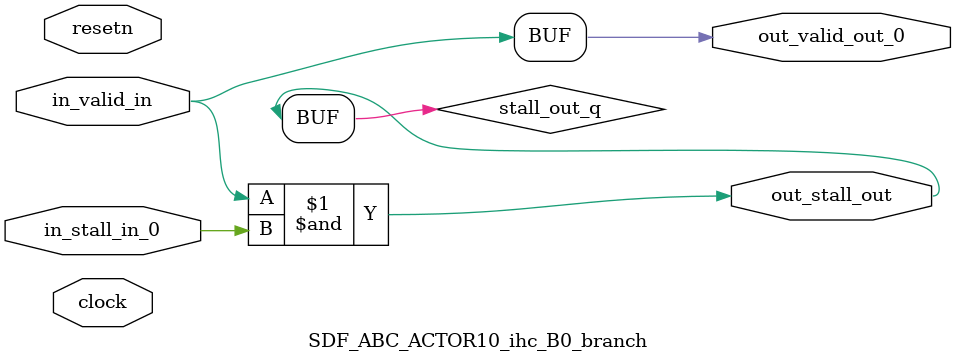
<source format=sv>



(* altera_attribute = "-name AUTO_SHIFT_REGISTER_RECOGNITION OFF; -name MESSAGE_DISABLE 10036; -name MESSAGE_DISABLE 10037; -name MESSAGE_DISABLE 14130; -name MESSAGE_DISABLE 14320; -name MESSAGE_DISABLE 15400; -name MESSAGE_DISABLE 14130; -name MESSAGE_DISABLE 10036; -name MESSAGE_DISABLE 12020; -name MESSAGE_DISABLE 12030; -name MESSAGE_DISABLE 12010; -name MESSAGE_DISABLE 12110; -name MESSAGE_DISABLE 14320; -name MESSAGE_DISABLE 13410; -name MESSAGE_DISABLE 113007; -name MESSAGE_DISABLE 10958" *)
module SDF_ABC_ACTOR10_ihc_B0_branch (
    input wire [0:0] in_stall_in_0,
    input wire [0:0] in_valid_in,
    output wire [0:0] out_stall_out,
    output wire [0:0] out_valid_out_0,
    input wire clock,
    input wire resetn
    );

    wire [0:0] stall_out_q;


    // stall_out(LOGICAL,6)
    assign stall_out_q = in_valid_in & in_stall_in_0;

    // out_stall_out(GPOUT,4)
    assign out_stall_out = stall_out_q;

    // out_valid_out_0(GPOUT,5)
    assign out_valid_out_0 = in_valid_in;

endmodule

</source>
